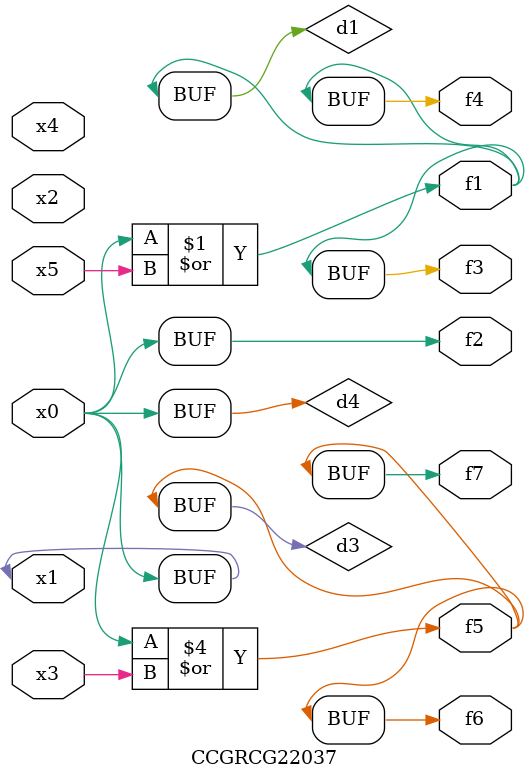
<source format=v>
module CCGRCG22037(
	input x0, x1, x2, x3, x4, x5,
	output f1, f2, f3, f4, f5, f6, f7
);

	wire d1, d2, d3, d4;

	or (d1, x0, x5);
	xnor (d2, x1, x4);
	or (d3, x0, x3);
	buf (d4, x0, x1);
	assign f1 = d1;
	assign f2 = d4;
	assign f3 = d1;
	assign f4 = d1;
	assign f5 = d3;
	assign f6 = d3;
	assign f7 = d3;
endmodule

</source>
